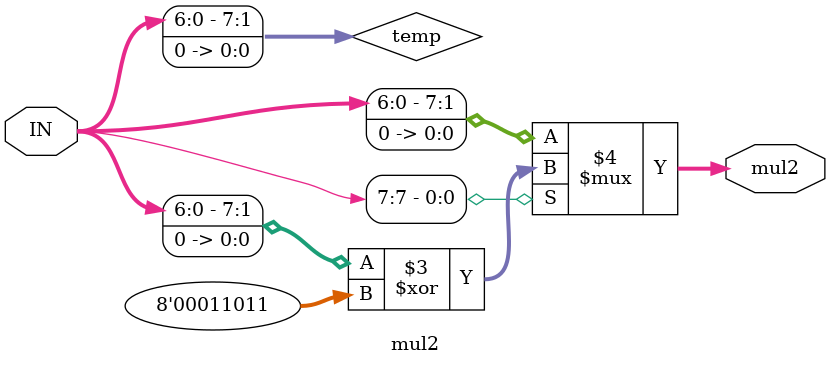
<source format=v>
module mul2(IN, mul2);
    input wire [7:0] IN;
    output wire [7:0] mul2;
    wire [7:0] temp;
    assign temp = IN << 1;
    assign  mul2 = (IN[7]== 1) ?(temp ^ 8'b00011011):temp;
endmodule
</source>
